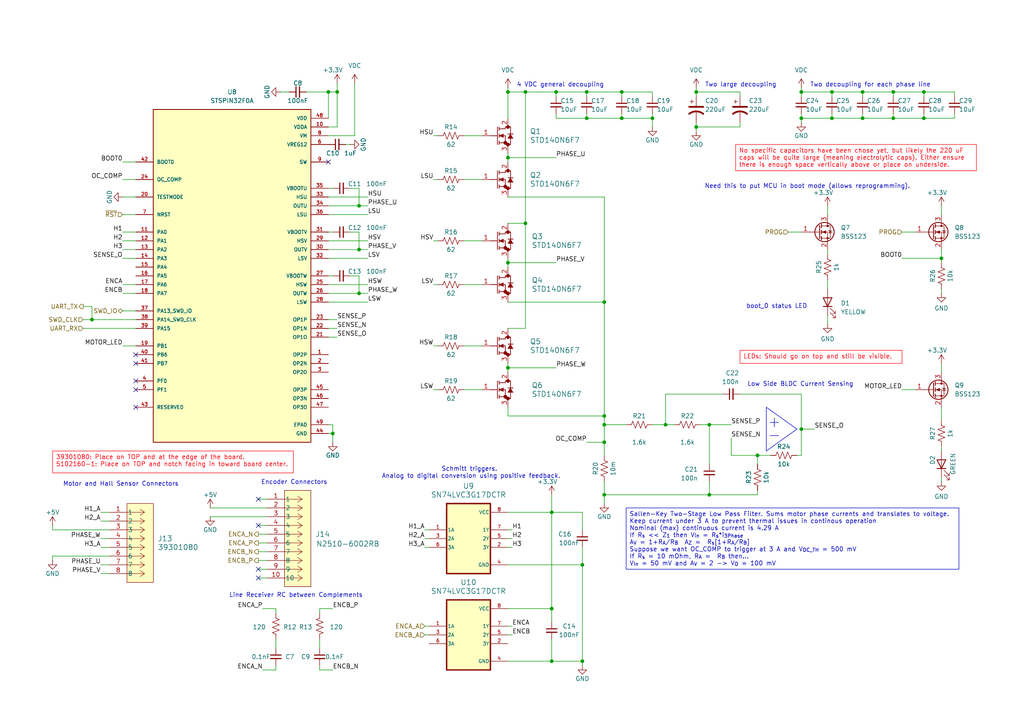
<source format=kicad_sch>
(kicad_sch (version 20231120) (generator "eeschema") (generator_version "8.0")
  (paper "A4")
  (junction (at 201.93 36.83))
  (junction (at 168.91 163.83))
  (junction (at 267.97 34.29))
  (junction (at 104.14 85.09))
  (junction (at 241.3 34.29))
  (junction (at 267.97 26.67))
  (junction (at 170.18 26.67))
  (junction (at 180.34 34.29))
  (junction (at 193.04 123.19))
  (junction (at 147.32 26.67))
  (junction (at 175.26 120.65))
  (junction (at 259.08 34.29))
  (junction (at 205.74 143.51))
  (junction (at 189.23 34.29))
  (junction (at 232.41 26.67))
  (junction (at 104.14 72.39))
  (junction (at 241.3 26.67))
  (junction (at 104.14 59.69))
  (junction (at 201.93 26.67))
  (junction (at 147.32 45.72))
  (junction (at 160.02 191.77))
  (junction (at 219.71 132.08))
  (junction (at 175.26 87.63))
  (junction (at 147.32 106.68))
  (junction (at 26.67 92.71))
  (junction (at 259.08 26.67))
  (junction (at 232.41 34.29))
  (junction (at 205.74 123.19))
  (junction (at 97.79 26.67))
  (junction (at 168.91 191.77))
  (junction (at 170.18 34.29))
  (junction (at 95.25 26.67))
  (junction (at 147.32 76.2))
  (junction (at 152.4 26.67))
  (junction (at 250.19 34.29))
  (junction (at 250.19 26.67))
  (junction (at 161.29 26.67))
  (junction (at 175.26 123.19))
  (junction (at 273.05 74.93))
  (junction (at 232.41 124.46))
  (junction (at 160.02 148.59))
  (junction (at 180.34 26.67))
  (junction (at 175.26 128.27))
  (junction (at 175.26 143.51))
  (junction (at 160.02 176.53))
  (junction (at 152.4 64.77))
  (junction (at 96.52 125.73))
  (no_connect (at 39.37 110.49))
  (no_connect (at 74.93 165.1))
  (no_connect (at 39.37 105.41))
  (no_connect (at 74.93 144.78))
  (no_connect (at 95.25 46.99))
  (no_connect (at 74.93 167.64))
  (no_connect (at 74.93 152.4))
  (no_connect (at 39.37 102.87))
  (no_connect (at 39.37 113.03))
  (no_connect (at 39.37 118.11))
  (wire (pts (xy 95.25 97.79) (xy 97.79 97.79)))
  (wire (pts (xy 74.93 167.64) (xy 77.47 167.64)))
  (wire (pts (xy 175.26 143.51) (xy 175.26 146.05)))
  (wire (pts (xy 267.97 26.67) (xy 276.86 26.67)))
  (wire (pts (xy 170.18 128.27) (xy 175.26 128.27)))
  (wire (pts (xy 241.3 33.02) (xy 241.3 34.29)))
  (wire (pts (xy 95.25 123.19) (xy 96.52 123.19)))
  (wire (pts (xy 168.91 148.59) (xy 168.91 153.67)))
  (wire (pts (xy 273.05 105.41) (xy 273.05 107.95)))
  (wire (pts (xy 175.26 128.27) (xy 175.26 132.08)))
  (wire (pts (xy 161.29 26.67) (xy 170.18 26.67)))
  (polyline (pts (xy 224.5856 122.5322) (xy 224.5856 123.8022)))
  (wire (pts (xy 95.25 26.67) (xy 95.25 34.29)))
  (wire (pts (xy 170.18 33.02) (xy 170.18 34.29)))
  (wire (pts (xy 101.6 67.31) (xy 104.14 67.31)))
  (polyline (pts (xy 222.25 118.11) (xy 222.25 130.81)))
  (wire (pts (xy 29.21 156.21) (xy 31.75 156.21)))
  (wire (pts (xy 148.59 156.21) (xy 147.32 156.21)))
  (wire (pts (xy 267.97 34.29) (xy 276.86 34.29)))
  (wire (pts (xy 95.25 95.25) (xy 97.79 95.25)))
  (wire (pts (xy 201.93 25.4) (xy 201.93 26.67)))
  (polyline (pts (xy 223.3156 126.3422) (xy 225.8556 126.3422)))
  (wire (pts (xy 134.62 82.55) (xy 139.7 82.55)))
  (wire (pts (xy 95.25 125.73) (xy 96.52 125.73)))
  (wire (pts (xy 92.71 193.04) (xy 92.71 194.31)))
  (wire (pts (xy 88.9 26.67) (xy 95.25 26.67)))
  (wire (pts (xy 273.05 72.39) (xy 273.05 74.93)))
  (wire (pts (xy 147.32 87.63) (xy 175.26 87.63)))
  (wire (pts (xy 106.68 74.93) (xy 95.25 74.93)))
  (wire (pts (xy 134.62 113.03) (xy 139.7 113.03)))
  (wire (pts (xy 250.19 26.67) (xy 259.08 26.67)))
  (wire (pts (xy 35.56 69.85) (xy 39.37 69.85)))
  (wire (pts (xy 232.41 34.29) (xy 232.41 35.56)))
  (wire (pts (xy 26.67 92.71) (xy 39.37 92.71)))
  (wire (pts (xy 201.93 27.94) (xy 201.93 26.67)))
  (wire (pts (xy 214.63 26.67) (xy 214.63 27.94)))
  (wire (pts (xy 147.32 44.45) (xy 147.32 45.72)))
  (wire (pts (xy 80.01 185.42) (xy 80.01 187.96)))
  (wire (pts (xy 74.93 160.02) (xy 77.47 160.02)))
  (wire (pts (xy 175.26 123.19) (xy 175.26 128.27)))
  (wire (pts (xy 148.59 158.75) (xy 147.32 158.75)))
  (wire (pts (xy 81.28 26.67) (xy 83.82 26.67)))
  (wire (pts (xy 241.3 34.29) (xy 250.19 34.29)))
  (wire (pts (xy 123.19 184.15) (xy 124.46 184.15)))
  (wire (pts (xy 160.02 185.42) (xy 160.02 191.77)))
  (wire (pts (xy 123.19 156.21) (xy 124.46 156.21)))
  (wire (pts (xy 35.56 82.55) (xy 39.37 82.55)))
  (wire (pts (xy 241.3 26.67) (xy 241.3 27.94)))
  (wire (pts (xy 76.2 194.31) (xy 80.01 194.31)))
  (wire (pts (xy 219.71 132.08) (xy 223.52 132.08)))
  (wire (pts (xy 214.63 114.3) (xy 232.41 114.3)))
  (wire (pts (xy 96.52 125.73) (xy 96.52 128.27)))
  (wire (pts (xy 267.97 26.67) (xy 267.97 27.94)))
  (wire (pts (xy 125.73 113.03) (xy 127 113.03)))
  (wire (pts (xy 35.56 100.33) (xy 39.37 100.33)))
  (wire (pts (xy 147.32 26.67) (xy 147.32 34.29)))
  (wire (pts (xy 35.56 90.17) (xy 39.37 90.17)))
  (wire (pts (xy 160.02 176.53) (xy 160.02 180.34)))
  (wire (pts (xy 24.13 88.9) (xy 26.67 88.9)))
  (wire (pts (xy 92.71 176.53) (xy 92.71 177.8)))
  (wire (pts (xy 232.41 26.67) (xy 241.3 26.67)))
  (wire (pts (xy 125.73 52.07) (xy 127 52.07)))
  (wire (pts (xy 95.25 85.09) (xy 104.14 85.09)))
  (wire (pts (xy 201.93 36.83) (xy 201.93 38.1)))
  (wire (pts (xy 261.62 74.93) (xy 273.05 74.93)))
  (wire (pts (xy 273.05 59.69) (xy 273.05 62.23)))
  (wire (pts (xy 104.14 59.69) (xy 106.68 59.69)))
  (wire (pts (xy 35.56 72.39) (xy 39.37 72.39)))
  (wire (pts (xy 96.52 123.19) (xy 96.52 125.73)))
  (wire (pts (xy 189.23 26.67) (xy 189.23 27.94)))
  (wire (pts (xy 152.4 26.67) (xy 161.29 26.67)))
  (wire (pts (xy 147.32 105.41) (xy 147.32 106.68)))
  (wire (pts (xy 95.25 87.63) (xy 106.68 87.63)))
  (wire (pts (xy 35.56 85.09) (xy 39.37 85.09)))
  (wire (pts (xy 104.14 85.09) (xy 106.68 85.09)))
  (wire (pts (xy 212.09 127) (xy 212.09 132.08)))
  (wire (pts (xy 60.96 149.86) (xy 77.47 149.86)))
  (wire (pts (xy 250.19 26.67) (xy 250.19 27.94)))
  (wire (pts (xy 125.73 39.37) (xy 127 39.37)))
  (wire (pts (xy 104.14 80.01) (xy 104.14 85.09)))
  (wire (pts (xy 24.13 92.71) (xy 26.67 92.71)))
  (wire (pts (xy 80.01 176.53) (xy 80.01 177.8)))
  (wire (pts (xy 97.79 26.67) (xy 97.79 36.83)))
  (wire (pts (xy 168.91 158.75) (xy 168.91 163.83)))
  (wire (pts (xy 95.25 82.55) (xy 106.68 82.55)))
  (wire (pts (xy 175.26 123.19) (xy 181.61 123.19)))
  (wire (pts (xy 160.02 148.59) (xy 160.02 176.53)))
  (wire (pts (xy 15.24 153.67) (xy 15.24 152.4)))
  (wire (pts (xy 168.91 163.83) (xy 168.91 191.77)))
  (wire (pts (xy 29.21 158.75) (xy 31.75 158.75)))
  (wire (pts (xy 77.47 157.48) (xy 74.93 157.48)))
  (wire (pts (xy 31.75 153.67) (xy 15.24 153.67)))
  (wire (pts (xy 77.47 152.4) (xy 74.93 152.4)))
  (wire (pts (xy 95.25 92.71) (xy 97.79 92.71)))
  (wire (pts (xy 228.6 67.31) (xy 232.41 67.31)))
  (wire (pts (xy 232.41 26.67) (xy 232.41 27.94)))
  (wire (pts (xy 134.62 52.07) (xy 139.7 52.07)))
  (wire (pts (xy 147.32 57.15) (xy 175.26 57.15)))
  (wire (pts (xy 232.41 33.02) (xy 232.41 34.29)))
  (wire (pts (xy 214.63 36.83) (xy 214.63 35.56)))
  (wire (pts (xy 35.56 46.99) (xy 39.37 46.99)))
  (wire (pts (xy 189.23 34.29) (xy 189.23 33.02)))
  (polyline (pts (xy 224.5856 121.2622) (xy 224.5856 122.5322)))
  (wire (pts (xy 160.02 148.59) (xy 168.91 148.59)))
  (wire (pts (xy 259.08 26.67) (xy 259.08 27.94)))
  (wire (pts (xy 193.04 114.3) (xy 209.55 114.3)))
  (wire (pts (xy 152.4 64.77) (xy 147.32 64.77)))
  (wire (pts (xy 104.14 67.31) (xy 104.14 72.39)))
  (wire (pts (xy 148.59 153.67) (xy 147.32 153.67)))
  (wire (pts (xy 147.32 184.15) (xy 148.59 184.15)))
  (wire (pts (xy 175.26 143.51) (xy 205.74 143.51)))
  (wire (pts (xy 160.02 191.77) (xy 168.91 191.77)))
  (wire (pts (xy 259.08 26.67) (xy 267.97 26.67)))
  (wire (pts (xy 74.93 154.94) (xy 77.47 154.94)))
  (wire (pts (xy 273.05 83.82) (xy 273.05 85.09)))
  (wire (pts (xy 95.25 57.15) (xy 106.68 57.15)))
  (wire (pts (xy 240.03 81.28) (xy 240.03 83.82)))
  (wire (pts (xy 241.3 26.67) (xy 250.19 26.67)))
  (wire (pts (xy 231.14 132.08) (xy 232.41 132.08)))
  (polyline (pts (xy 222.25 130.81) (xy 231.14 124.46)))
  (wire (pts (xy 95.25 62.23) (xy 106.68 62.23)))
  (wire (pts (xy 180.34 34.29) (xy 189.23 34.29)))
  (wire (pts (xy 104.14 54.61) (xy 104.14 59.69)))
  (wire (pts (xy 201.93 26.67) (xy 214.63 26.67)))
  (wire (pts (xy 175.26 87.63) (xy 175.26 120.65)))
  (wire (pts (xy 123.19 181.61) (xy 124.46 181.61)))
  (wire (pts (xy 212.09 132.08) (xy 219.71 132.08)))
  (wire (pts (xy 100.33 41.91) (xy 101.6 41.91)))
  (wire (pts (xy 201.93 35.56) (xy 201.93 36.83)))
  (wire (pts (xy 201.93 36.83) (xy 214.63 36.83)))
  (wire (pts (xy 74.93 144.78) (xy 77.47 144.78)))
  (wire (pts (xy 106.68 69.85) (xy 95.25 69.85)))
  (wire (pts (xy 193.04 114.3) (xy 193.04 123.19)))
  (wire (pts (xy 240.03 72.39) (xy 240.03 73.66)))
  (wire (pts (xy 160.02 143.51) (xy 160.02 148.59)))
  (wire (pts (xy 152.4 64.77) (xy 152.4 95.25)))
  (wire (pts (xy 205.74 139.7) (xy 205.74 143.51)))
  (wire (pts (xy 35.56 62.23) (xy 39.37 62.23)))
  (wire (pts (xy 15.24 161.29) (xy 15.24 162.56)))
  (wire (pts (xy 123.19 158.75) (xy 124.46 158.75)))
  (wire (pts (xy 74.93 165.1) (xy 77.47 165.1)))
  (wire (pts (xy 125.73 69.85) (xy 127 69.85)))
  (wire (pts (xy 29.21 151.13) (xy 31.75 151.13)))
  (wire (pts (xy 101.6 80.01) (xy 104.14 80.01)))
  (wire (pts (xy 147.32 106.68) (xy 147.32 107.95)))
  (wire (pts (xy 180.34 26.67) (xy 180.34 27.94)))
  (wire (pts (xy 232.41 124.46) (xy 232.41 132.08)))
  (wire (pts (xy 31.75 161.29) (xy 15.24 161.29)))
  (wire (pts (xy 205.74 123.19) (xy 212.09 123.19)))
  (wire (pts (xy 152.4 26.67) (xy 152.4 64.77)))
  (wire (pts (xy 147.32 95.25) (xy 152.4 95.25)))
  (wire (pts (xy 147.32 25.4) (xy 147.32 26.67)))
  (wire (pts (xy 232.41 124.46) (xy 236.22 124.46)))
  (wire (pts (xy 95.25 67.31) (xy 96.52 67.31)))
  (wire (pts (xy 147.32 76.2) (xy 161.29 76.2)))
  (wire (pts (xy 147.32 76.2) (xy 147.32 77.47)))
  (wire (pts (xy 102.87 24.13) (xy 102.87 39.37)))
  (wire (pts (xy 189.23 123.19) (xy 193.04 123.19)))
  (wire (pts (xy 76.2 176.53) (xy 80.01 176.53)))
  (wire (pts (xy 147.32 120.65) (xy 147.32 118.11)))
  (wire (pts (xy 232.41 114.3) (xy 232.41 124.46)))
  (wire (pts (xy 232.41 34.29) (xy 241.3 34.29)))
  (wire (pts (xy 95.25 39.37) (xy 102.87 39.37)))
  (wire (pts (xy 147.32 45.72) (xy 147.32 46.99)))
  (wire (pts (xy 259.08 33.02) (xy 259.08 34.29)))
  (wire (pts (xy 24.13 95.25) (xy 39.37 95.25)))
  (wire (pts (xy 97.79 36.83) (xy 95.25 36.83)))
  (wire (pts (xy 276.86 33.02) (xy 276.86 34.29)))
  (wire (pts (xy 80.01 193.04) (xy 80.01 194.31)))
  (wire (pts (xy 205.74 123.19) (xy 205.74 134.62)))
  (wire (pts (xy 96.52 194.31) (xy 92.71 194.31)))
  (wire (pts (xy 134.62 69.85) (xy 139.7 69.85)))
  (polyline (pts (xy 222.25 118.11) (xy 231.14 124.46)))
  (wire (pts (xy 250.19 33.02) (xy 250.19 34.29)))
  (wire (pts (xy 92.71 185.42) (xy 92.71 187.96)))
  (wire (pts (xy 189.23 34.29) (xy 189.23 36.83)))
  (wire (pts (xy 273.05 138.43) (xy 273.05 139.7)))
  (wire (pts (xy 35.56 74.93) (xy 39.37 74.93)))
  (wire (pts (xy 147.32 181.61) (xy 148.59 181.61)))
  (wire (pts (xy 29.21 166.37) (xy 31.75 166.37)))
  (wire (pts (xy 170.18 34.29) (xy 180.34 34.29)))
  (wire (pts (xy 261.62 67.31) (xy 265.43 67.31)))
  (polyline (pts (xy 223.3156 122.5322) (xy 225.8556 122.5322)))
  (wire (pts (xy 101.6 54.61) (xy 104.14 54.61)))
  (wire (pts (xy 168.91 191.77) (xy 168.91 193.04)))
  (wire (pts (xy 240.03 59.69) (xy 240.03 62.23)))
  (wire (pts (xy 267.97 33.02) (xy 267.97 34.29)))
  (wire (pts (xy 95.25 26.67) (xy 97.79 26.67)))
  (wire (pts (xy 147.32 74.93) (xy 147.32 76.2)))
  (wire (pts (xy 95.25 59.69) (xy 104.14 59.69)))
  (wire (pts (xy 232.41 25.4) (xy 232.41 26.67)))
  (wire (pts (xy 273.05 129.54) (xy 273.05 130.81)))
  (wire (pts (xy 104.14 72.39) (xy 106.68 72.39)))
  (wire (pts (xy 95.25 54.61) (xy 96.52 54.61)))
  (wire (pts (xy 250.19 34.29) (xy 259.08 34.29)))
  (wire (pts (xy 147.32 148.59) (xy 160.02 148.59)))
  (wire (pts (xy 273.05 118.11) (xy 273.05 121.92)))
  (wire (pts (xy 147.32 120.65) (xy 175.26 120.65)))
  (wire (pts (xy 29.21 163.83) (xy 31.75 163.83)))
  (wire (pts (xy 97.79 24.13) (xy 97.79 26.67)))
  (wire (pts (xy 261.62 113.03) (xy 265.43 113.03)))
  (wire (pts (xy 205.74 143.51) (xy 219.71 143.51)))
  (wire (pts (xy 147.32 163.83) (xy 168.91 163.83)))
  (wire (pts (xy 175.26 139.7) (xy 175.26 143.51)))
  (wire (pts (xy 35.56 57.15) (xy 39.37 57.15)))
  (wire (pts (xy 276.86 26.67) (xy 276.86 27.94)))
  (wire (pts (xy 125.73 82.55) (xy 127 82.55)))
  (wire (pts (xy 96.52 176.53) (xy 92.71 176.53)))
  (wire (pts (xy 147.32 45.72) (xy 161.29 45.72)))
  (wire (pts (xy 193.04 123.19) (xy 195.58 123.19)))
  (wire (pts (xy 147.32 26.67) (xy 152.4 26.67)))
  (wire (pts (xy 273.05 74.93) (xy 273.05 76.2)))
  (wire (pts (xy 180.34 34.29) (xy 180.34 33.02)))
  (wire (pts (xy 95.25 72.39) (xy 104.14 72.39)))
  (wire (pts (xy 219.71 132.08) (xy 219.71 134.62)))
  (wire (pts (xy 125.73 100.33) (xy 127 100.33)))
  (wire (pts (xy 29.21 148.59) (xy 31.75 148.59)))
  (wire (pts (xy 95.25 80.01) (xy 96.52 80.01)))
  (wire (pts (xy 161.29 33.02) (xy 161.29 34.29)))
  (wire (pts (xy 203.2 123.19) (xy 205.74 123.19)))
  (wire (pts (xy 170.18 26.67) (xy 180.34 26.67)))
  (wire (pts (xy 175.26 120.65) (xy 175.26 123.19)))
  (wire (pts (xy 161.29 26.67) (xy 161.29 27.94)))
  (wire (pts (xy 170.18 26.67) (xy 170.18 27.94)))
  (wire (pts (xy 77.47 147.32) (xy 60.96 147.32)))
  (wire (pts (xy 219.71 143.51) (xy 219.71 142.24)))
  (wire (pts (xy 147.32 176.53) (xy 160.02 176.53)))
  (wire (pts (xy 123.19 153.67) (xy 124.46 153.67)))
  (wire (pts (xy 35.56 67.31) (xy 39.37 67.31)))
  (wire (pts (xy 35.56 52.07) (xy 39.37 52.07)))
  (wire (pts (xy 134.62 100.33) (xy 139.7 100.33)))
  (wire (pts (xy 147.32 191.77) (xy 160.02 191.77)))
  (wire (pts (xy 134.62 39.37) (xy 139.7 39.37)))
  (wire (pts (xy 240.03 91.44) (xy 240.03 93.98)))
  (wire (pts (xy 161.29 34.29) (xy 170.18 34.29)))
  (wire (pts (xy 175.26 57.15) (xy 175.26 87.63)))
  (wire (pts (xy 147.32 106.68) (xy 161.29 106.68)))
  (wire (pts (xy 77.47 162.56) (xy 74.93 162.56)))
  (wire (pts (xy 26.67 88.9) (xy 26.67 92.71)))
  (wire (pts (xy 259.08 34.29) (xy 267.97 34.29)))
  (wire (pts (xy 180.34 26.67) (xy 189.23 26.67)))
  (text_box "LEDs: Should go on top and still be visible." (at 214.63 101.6 0) (size 46.99 3.81) (stroke (width 0) (color 255 0 11 1)) (effects (font (size 1.27 1.27)) (justify left top)))
  (text_box "39301080: Place on TOP and at the edge of the board.\n5102160-1: Place on TOP and notch facing in toward board center." (at 15.24 130.81 0) (size 69.85 6.35) (stroke (width 0) (color 255 0 11 1)) (effects (font (size 1.27 1.27)) (justify left top)))
  (text_box "Sallen-Key Two-Stage Low Pass Filter. Sums motor phase currents and translates to voltage.\nKeep current under 3 A to prevent thermal issues in continous operation\nNominal (max) continuous current is 4.29 A\nIf R_{s} << Z_{1} then V_{in} = R_{s}*i_{3Phase}\nA_{V} = 1+R_{A}/R_{B}  A_{Z} =  R_{s}[1+R_{A}/R_{B}]\nSuppose we want OC_COMP to trigger at 3 A and V_{OC_TH} = 500 mV\nIf R_{s} = 10 mOhm, R_{A} =  R_{B} then... \nV_{in} = 50 mV and A_{V} = 2 -> V_{O} = 100 mV" (at 181.61 147.32 0) (size 96.52 17.78) (effects (font (size 1.27 1.27)) (justify left top)))
  (text_box "No specific capacitors have been chose yet, but likely the 220 uF caps will be quite large (meaning electrolytic caps). Either ensure there is enough space vertically above or place on underside." (at 213.36 41.91 0) (size 69.85 7.62) (stroke (width 0) (color 255 0 11 1)) (effects (font (size 1.27 1.27)) (justify left top)))
  (text "Two large decoupling" (at 204.47 25.4 0) (effects (font (size 1.27 1.27)) (justify left bottom)))
  (text "Need this to put MCU in boot mode (allows reprogramming)." (at 234.188 54.102 0) (effects (font (size 1.27 1.27))))
  (text "Encoder Connectors" (at 85.344 139.954 0) (effects (font (size 1.27 1.27))))
  (text "Line Receiver RC between Complements" (at 85.852 172.72 0) (effects (font (size 1.27 1.27))))
  (text "Motor and Hall Sensor Connectors" (at 35.052 140.462 0) (effects (font (size 1.27 1.27))))
  (text "Schmitt triggers. \nAnalog to digital conversion using positive feedback." (at 136.652 137.16 0) (effects (font (size 1.27 1.27))))
  (text "Two decoupling for each phase line" (at 234.95 25.4 0) (effects (font (size 1.27 1.27)) (justify left bottom)))
  (text "4 VDC general decoupling" (at 149.86 25.4 0) (effects (font (size 1.27 1.27)) (justify left bottom)))
  (text "Low Side BLDC Current Sensing" (at 232.156 111.506 0) (effects (font (size 1.27 1.27))))
  (text "boot_0 status LED" (at 216.408 89.662 0) (effects (font (size 1.27 1.27)) (justify left bottom)))
  (label "PHASE_V" (at 161.29 76.2 0))
  (label "OC_COMP" (at 170.18 128.27 180))
  (label "H3_A" (at 123.19 158.75 180))
  (label "H1_A" (at 29.21 148.59 180))
  (label "PHASE_W" (at 29.21 156.21 180))
  (label "SENSE_O" (at 236.22 124.46 0))
  (label "PHASE_U" (at 161.29 45.72 0))
  (label "BOOT0" (at 261.62 74.93 180))
  (label "H3_A" (at 29.21 158.75 180))
  (label "ENCB" (at 148.59 184.15 0))
  (label "HSW" (at 106.68 82.55 0))
  (label "OC_COMP" (at 35.56 52.07 180))
  (label "SENSE_O" (at 97.79 97.79 0))
  (label "H1" (at 148.59 153.67 0))
  (label "H2" (at 148.59 156.21 0))
  (label "MOTOR_LED" (at 35.56 100.33 180))
  (label "ENCA_N" (at 76.2 194.31 180))
  (label "HSU" (at 106.68 57.15 0))
  (label "HSV" (at 106.68 69.85 0))
  (label "ENCB_N" (at 96.52 194.31 0))
  (label "PHASE_U" (at 29.21 163.83 180))
  (label "PHASE_V" (at 29.21 166.37 180))
  (label "SENSE_O" (at 35.56 74.93 180))
  (label "HSU" (at 125.73 39.37 180))
  (label "PHASE_V" (at 106.68 72.39 0))
  (label "MOTOR_LED" (at 261.62 113.03 180))
  (label "LSV" (at 125.73 82.55 180))
  (label "HSV" (at 125.73 69.85 180))
  (label "SENSE_P" (at 212.09 123.19 0))
  (label "ENCA" (at 148.59 181.61 0))
  (label "HSW" (at 125.73 100.33 180))
  (label "PHASE_W" (at 161.29 106.68 0))
  (label "H1" (at 35.56 67.31 180))
  (label "ENCA_P" (at 76.2 176.53 180))
  (label "ENCB_P" (at 96.52 176.53 0))
  (label "LSU" (at 125.73 52.07 180))
  (label "SENSE_N" (at 97.79 95.25 0))
  (label "H2_A" (at 29.21 151.13 180))
  (label "LSW" (at 125.73 113.03 180))
  (label "PHASE_W" (at 106.68 85.09 0))
  (label "H2" (at 35.56 69.85 180))
  (label "H3" (at 35.56 72.39 180))
  (label "PHASE_U" (at 106.68 59.69 0))
  (label "H1_A" (at 123.19 153.67 180))
  (label "LSW" (at 106.68 87.63 0))
  (label "SENSE_P" (at 97.79 92.71 0))
  (label "H2_A" (at 123.19 156.21 180))
  (label "LSV" (at 106.68 74.93 0))
  (label "SENSE_N" (at 212.09 127 0))
  (label "BOOT0" (at 35.56 46.99 180))
  (label "H3" (at 148.59 158.75 0))
  (label "ENCB" (at 35.56 85.09 180))
  (label "LSU" (at 106.68 62.23 0))
  (label "ENCA" (at 35.56 82.55 180))
  (hierarchical_label "UART_RX" (shape input) (at 24.13 95.25 180))
  (hierarchical_label "ENCA_N" (shape output) (at 74.93 154.94 180))
  (hierarchical_label "SWD_IO" (shape bidirectional) (at 35.56 90.17 180))
  (hierarchical_label "UART_TX" (shape output) (at 24.13 88.9 180))
  (hierarchical_label "~{RST}" (shape input) (at 35.56 62.23 180))
  (hierarchical_label "ENCB_P" (shape output) (at 74.93 162.56 180))
  (hierarchical_label "ENCA_P" (shape output) (at 74.93 157.48 180))
  (hierarchical_label "ENCA_A" (shape input) (at 123.19 181.61 180))
  (hierarchical_label "SWD_CLK" (shape input) (at 24.13 92.71 180))
  (hierarchical_label "PROG" (shape input) (at 228.6 67.31 180))
  (hierarchical_label "PROG" (shape input) (at 261.62 67.31 180))
  (hierarchical_label "ENCB_A" (shape input) (at 123.19 184.15 180))
  (hierarchical_label "ENCB_N" (shape output) (at 74.93 160.02 180))
  (symbol (lib_id "Device:C_Small") (at 168.91 156.21 0) (unit 1)
    (property "Reference" "C16" (at 163.83 154.94 0))
    (property "Value" "100nF" (at 165.1 157.48 0))
    (property "Footprint" "Capacitor_SMD:C_0603_1608Metric" (effects (hide yes)))
    (property "Description" "Unpolarized capacitor, small symbol" (effects (hide yes)))
    (instances (project "motorboard-v1.0" (path "" (reference "C16") (unit 1)) (path "" (reference "C62") (unit 1)) (path "" (reference "C85") (unit 1)) (path "" (reference "C39") (unit 1))))
  )
  (symbol (lib_id "power:GND") (at 232.41 35.56 0) (unit 1)
    (property "Reference" "#PWR052" (effects (hide yes)))
    (property "Value" "GND" (at 232.41 39.37 0))
    (property "Description" "Power symbol creates a global label with name \"GND\" , ground" (effects (hide yes)))
    (instances (project "motorboard-v1.0" (path "" (reference "#PWR052") (unit 1)) (path "" (reference "#PWR0102") (unit 1)) (path "" (reference "#PWR0127") (unit 1)) (path "" (reference "#PWR077") (unit 1))))
  )
  (symbol (lib_id "Device:C_Small") (at 205.74 137.16 0) (mirror y) (unit 1)
    (property "Reference" "C21" (at 202.438 136.144 0) (effects (justify left)))
    (property "Value" "100n" (at 202.438 138.684 0) (effects (justify left)))
    (property "Footprint" "Capacitor_SMD:C_1206_3216Metric" (effects (hide yes)))
    (property "Description" "Unpolarized capacitor, small symbol" (effects (hide yes)))
    (instances (project "motorboard-v1.0" (path "" (reference "C21") (unit 1)) (path "" (reference "C67") (unit 1)) (path "" (reference "C90") (unit 1)) (path "" (reference "C44") (unit 1))))
  )
  (symbol (lib_id "power:VDC") (at 147.32 25.4 0) (unit 1)
    (property "Reference" "#PWR044" (effects (hide yes)))
    (property "Value" "VDC" (at 147.32 20.32 0))
    (property "Description" "Power symbol creates a global label with name \"VDC\"" (effects (hide yes)))
    (instances (project "motorboard-v1.0" (path "" (reference "#PWR044") (unit 1)) (path "" (reference "#PWR094") (unit 1)) (path "" (reference "#PWR0119") (unit 1)) (path "" (reference "#PWR069") (unit 1))))
  )
  (symbol (lib_id "Device:C_Small") (at 241.3 30.48 0) (unit 1)
    (property "Reference" "C25" (at 242.57 29.21 0) (effects (justify left)))
    (property "Value" "10uF" (at 242.57 31.75 0) (effects (justify left)))
    (property "Footprint" "Capacitor_SMD:C_1206_3216Metric" (effects (hide yes)))
    (property "Description" "Unpolarized capacitor, small symbol" (effects (hide yes)))
    (instances (project "motorboard-v1.0" (path "" (reference "C25") (unit 1)) (path "" (reference "C71") (unit 1)) (path "" (reference "C94") (unit 1)) (path "" (reference "C48") (unit 1))))
  )
  (symbol (lib_id "RoboJackets-IC:SN74LVC3G17DCTR") (at 115.57 151.13 0) (unit 1)
    (property "Reference" "U9" (at 135.89 140.97 0) (effects (font (size 1.524 1.524))))
    (property "Value" "SN74LVC3G17DCTR" (at 135.89 143.51 0) (effects (font (size 1.524 1.524))))
    (property "Footprint" "RoboJackets-IC:SOP65P400X130-8N" (effects (hide yes)))
    (property "Datasheet" "https://www.ti.com/lit/ds/symlink/sn74lvc3g17.pdf?ts=1726403224895" (effects (hide yes)))
    (property "Description" "3-ch, 1.65-V to 5.5-V buffers with Schmitt-Trigger inputs" (effects (hide yes)))
    (property "Vendor" "Digikey" (effects (hide yes)))
    (property "Vendor P/N" "296-16915-1-ND" (effects (hide yes)))
    (property "Vendor URL" "https://www.digikey.com/en/products/detail/texas-instruments/SN74LVC3G17DCTR/644202" (effects (hide yes)))
    (property "Manufacturer" "Texas Instruments" (effects (hide yes)))
    (property "Manufacturer P/N" "SN74LVC3G17DCTR" (effects (hide yes)))
    (instances (project "motorboard-v1.0" (path "" (reference "U9") (unit 1)) (path "" (reference "U15") (unit 1)) (path "" (reference "U18") (unit 1)) (path "" (reference "U12") (unit 1))))
  )
  (symbol (lib_id "power:+3.3V") (at 273.05 105.41 0) (unit 1)
    (property "Reference" "#PWR057" (effects (hide yes)))
    (property "Value" "+3.3V" (at 271.78 101.6 0))
    (property "Description" "Power symbol creates a global label with name \"+3.3V\"" (effects (hide yes)))
    (instances (project "motorboard-v1.0" (path "" (reference "#PWR057") (unit 1)) (path "" (reference "#PWR0107") (unit 1)) (path "" (reference "#PWR0132") (unit 1)) (path "" (reference "#PWR082") (unit 1))))
  )
  (symbol (lib_id "power:VDC") (at 232.41 25.4 0) (unit 1)
    (property "Reference" "#PWR051" (effects (hide yes)))
    (property "Value" "VDC" (at 232.41 20.32 0))
    (property "Description" "Power symbol creates a global label with name \"VDC\"" (effects (hide yes)))
    (instances (project "motorboard-v1.0" (path "" (reference "#PWR051") (unit 1)) (path "" (reference "#PWR0101") (unit 1)) (path "" (reference "#PWR0126") (unit 1)) (path "" (reference "#PWR076") (unit 1))))
  )
  (symbol (lib_id "Device:C_Small") (at 276.86 30.48 0) (unit 1)
    (property "Reference" "C29" (at 278.13 29.21 0) (effects (justify left)))
    (property "Value" "10uF" (at 278.13 31.75 0) (effects (justify left)))
    (property "Footprint" "Capacitor_SMD:C_1206_3216Metric" (effects (hide yes)))
    (property "Description" "Unpolarized capacitor, small symbol" (effects (hide yes)))
    (instances (project "motorboard-v1.0" (path "" (reference "C29") (unit 1)) (path "" (reference "C75") (unit 1)) (path "" (reference "C98") (unit 1)) (path "" (reference "C52") (unit 1))))
  )
  (symbol (lib_id "RoboJackets-Transistors:STD140N6F7") (at 146.05 82.55 0) (unit 1)
    (property "Reference" "Q4" (at 154.178 81.28 0) (effects (font (size 1.524 1.524)) (justify left)))
    (property "Value" "STD140N6F7" (at 154.178 83.82 0) (effects (font (size 1.524 1.524)) (justify left)))
    (property "Footprint" "RoboJackets-Transistors:DPAKTO-252_A2_STM" (effects (hide yes)))
    (property "Datasheet" "https://www.st.com/content/ccc/resource/technical/document/datasheet/group1/de/02/69/d9/32/b8/44/66/DM00257307/files/DM00257307.pdf/jcr:content/translations/en.DM00257307.pdf" (effects (hide yes)))
    (property "Description" "MOSFET N-CH 60V 80A DPAK" (effects (hide yes)))
    (property "Vendor" "Digikey" (effects (hide yes)))
    (property "Vendor P/N" "497-16937-1-ND" (effects (hide yes)))
    (property "Vendor URL" "https://www.digikey.com/en/products/detail/stmicroelectronics/STD140N6F7/6230146" (effects (hide yes)))
    (property "Manufacturer" "STMicroelectronics" (effects (hide yes)))
    (property "Manufacturer P/N" "STD140N6F7" (effects (hide yes)))
    (instances (project "motorboard-v1.0" (path "" (reference "Q4") (unit 1)) (path "" (reference "Q22") (unit 1)) (path "" (reference "Q31") (unit 1)) (path "" (reference "Q13") (unit 1))))
  )
  (symbol (lib_id "Device:C_Small") (at 99.06 80.01 90) (unit 1)
    (property "Reference" "C13" (at 102.87 78.74 90))
    (property "Value" "100nF" (at 109.22 78.74 90))
    (property "Footprint" "Capacitor_SMD:C_0603_1608Metric" (effects (hide yes)))
    (property "Description" "Unpolarized capacitor, small symbol" (effects (hide yes)))
    (instances (project "motorboard-v1.0" (path "" (reference "C13") (unit 1)) (path "" (reference "C59") (unit 1)) (path "" (reference "C82") (unit 1)) (path "" (reference "C36") (unit 1))))
  )
  (symbol (lib_id "Device:C_Small") (at 212.09 114.3 90) (unit 1)
    (property "Reference" "C22" (at 214.376 108.204 90) (effects (justify left)))
    (property "Value" "100n" (at 214.376 110.744 90) (effects (justify left)))
    (property "Footprint" "Capacitor_SMD:C_1206_3216Metric" (effects (hide yes)))
    (property "Description" "Unpolarized capacitor, small symbol" (effects (hide yes)))
    (instances (project "motorboard-v1.0" (path "" (reference "C22") (unit 1)) (path "" (reference "C68") (unit 1)) (path "" (reference "C91") (unit 1)) (path "" (reference "C45") (unit 1))))
  )
  (symbol (lib_id "Device:R_US") (at 240.03 77.47 180) (unit 1)
    (property "Reference" "R25" (at 237.49 77.47 90))
    (property "Value" "1k" (at 242.57 77.47 90))
    (property "Footprint" "Resistor_SMD:R_0603_1608Metric" (effects (hide yes)))
    (property "Description" "Resistor, US symbol" (effects (hide yes)))
    (instances (project "motorboard-v1.0" (path "" (reference "R25") (unit 1)) (path "" (reference "R57") (unit 1)) (path "" (reference "R73") (unit 1)) (path "" (reference "R41") (unit 1))))
  )
  (symbol (lib_id "Device:C_Small") (at 160.02 182.88 0) (unit 1)
    (property "Reference" "C14" (at 165.1 181.61 0))
    (property "Value" "100nF" (at 165.1 184.15 0))
    (property "Footprint" "Capacitor_SMD:C_0603_1608Metric" (effects (hide yes)))
    (property "Description" "Unpolarized capacitor, small symbol" (effects (hide yes)))
    (instances (project "motorboard-v1.0" (path "" (reference "C14") (unit 1)) (path "" (reference "C60") (unit 1)) (path "" (reference "C83") (unit 1)) (path "" (reference "C37") (unit 1))))
  )
  (symbol (lib_id "Device:C_Small") (at 259.08 30.48 0) (unit 1)
    (property "Reference" "C27" (at 260.35 29.21 0) (effects (justify left)))
    (property "Value" "10uF" (at 260.35 31.75 0) (effects (justify left)))
    (property "Footprint" "Capacitor_SMD:C_1206_3216Metric" (effects (hide yes)))
    (property "Description" "Unpolarized capacitor, small symbol" (effects (hide yes)))
    (instances (project "motorboard-v1.0" (path "" (reference "C27") (unit 1)) (path "" (reference "C73") (unit 1)) (path "" (reference "C96") (unit 1)) (path "" (reference "C50") (unit 1))))
  )
  (symbol (lib_id "RoboJackets-Transistors:STD140N6F7") (at 146.05 100.33 0) (unit 1)
    (property "Reference" "Q5" (at 153.67 99.06 0) (effects (font (size 1.524 1.524)) (justify left)))
    (property "Value" "STD140N6F7" (at 153.67 101.6 0) (effects (font (size 1.524 1.524)) (justify left)))
    (property "Footprint" "RoboJackets-Transistors:DPAKTO-252_A2_STM" (effects (hide yes)))
    (property "Datasheet" "https://www.st.com/content/ccc/resource/technical/document/datasheet/group1/de/02/69/d9/32/b8/44/66/DM00257307/files/DM00257307.pdf/jcr:content/translations/en.DM00257307.pdf" (effects (hide yes)))
    (property "Description" "MOSFET N-CH 60V 80A DPAK" (effects (hide yes)))
    (property "Vendor" "Digikey" (effects (hide yes)))
    (property "Vendor P/N" "497-16937-1-ND" (effects (hide yes)))
    (property "Vendor URL" "https://www.digikey.com/en/products/detail/stmicroelectronics/STD140N6F7/6230146" (effects (hide yes)))
    (property "Manufacturer" "STMicroelectronics" (effects (hide yes)))
    (property "Manufacturer P/N" "STD140N6F7" (effects (hide yes)))
    (instances (project "motorboard-v1.0" (path "" (reference "Q5") (unit 1)) (path "" (reference "Q23") (unit 1)) (path "" (reference "Q32") (unit 1)) (path "" (reference "Q14") (unit 1))))
  )
  (symbol (lib_id "power:GND") (at 96.52 128.27 0) (unit 1)
    (property "Reference" "#PWR040" (effects (hide yes)))
    (property "Value" "GND" (at 96.52 132.08 0))
    (property "Description" "Power symbol creates a global label with name \"GND\" , ground" (effects (hide yes)))
    (instances (project "motorboard-v1.0" (path "" (reference "#PWR040") (unit 1)) (path "" (reference "#PWR090") (unit 1)) (path "" (reference "#PWR0115") (unit 1)) (path "" (reference "#PWR065") (unit 1))))
  )
  (symbol (lib_id "RoboJackets-Connectors:39301080") (at 31.75 148.59 0) (unit 1)
    (property "Reference" "J13" (at 45.72 156.2099 0) (effects (font (size 1.524 1.524)) (justify left)))
    (property "Value" "39301080" (at 45.72 158.7499 0) (effects (font (size 1.524 1.524)) (justify left)))
    (property "Footprint" "RoboJackets-Connectors:CON_39301080" (effects (hide yes)))
    (property "Datasheet" "39301080" (effects (hide yes)))
    (property "Description" "Mini-Fit Jr. Header, Dual Row, Right-Angle, with Snap-in Plastic Peg PCB Lock, 8 Circuits, Nylon 6/6 94V-2, 2.54µm Matte Tin (Sn) Plating, Natural, Bag" (effects (hide yes)))
    (property "Vendor" "Digikey" (effects (hide yes)))
    (property "Vendor P/N" "WM1354-ND" (effects (hide yes)))
    (property "Vendor URL" "https://www.digikey.com/en/products/detail/molex/0039301080/561081?s=N4IgTCBcDaIMwE44AYCMyAcyQF0C%2BQA" (effects (hide yes)))
    (property "Manufacturer" "Molex" (effects (hide yes)))
    (property "Manufacturer P/N" "0039301080" (effects (hide yes)))
    (instances (project "motorboard-v1.0" (path "" (reference "J13") (unit 1)) (path "" (reference "J17") (unit 1)) (path "" (reference "J19") (unit 1)) (path "" (reference "J15") (unit 1))))
  )
  (symbol (lib_id "power:GND") (at 168.91 193.04 0) (unit 1)
    (property "Reference" "#PWR046" (effects (hide yes)))
    (property "Value" "GND" (at 168.91 196.85 0))
    (property "Description" "Power symbol creates a global label with name \"GND\" , ground" (effects (hide yes)))
    (instances (project "motorboard-v1.0" (path "" (reference "#PWR046") (unit 1)) (path "" (reference "#PWR096") (unit 1)) (path "" (reference "#PWR0121") (unit 1)) (path "" (reference "#PWR071") (unit 1))))
  )
  (symbol (lib_id "Device:R_US") (at 219.71 138.43 180) (unit 1)
    (property "Reference" "R23" (at 217.17 138.43 90))
    (property "Value" "10k" (at 222.25 138.43 90))
    (property "Footprint" "Resistor_SMD:R_0603_1608Metric" (effects (hide yes)))
    (property "Description" "Resistor, US symbol" (effects (hide yes)))
    (instances (project "motorboard-v1.0" (path "" (reference "R23") (unit 1)) (path "" (reference "R55") (unit 1)) (path "" (reference "R71") (unit 1)) (path "" (reference "R39") (unit 1))))
  )
  (symbol (lib_id "power:GND") (at 189.23 36.83 0) (unit 1)
    (property "Reference" "#PWR048" (effects (hide yes)))
    (property "Value" "GND" (at 189.23 40.64 0))
    (property "Description" "Power symbol creates a global label with name \"GND\" , ground" (effects (hide yes)))
    (instances (project "motorboard-v1.0" (path "" (reference "#PWR048") (unit 1)) (path "" (reference "#PWR098") (unit 1)) (path "" (reference "#PWR0123") (unit 1)) (path "" (reference "#PWR073") (unit 1))))
  )
  (symbol (lib_id "power:GND") (at 15.24 162.56 0) (unit 1)
    (property "Reference" "#PWR035" (effects (hide yes)))
    (property "Value" "GND" (at 15.24 166.37 0))
    (property "Description" "Power symbol creates a global label with name \"GND\" , ground" (effects (hide yes)))
    (instances (project "motorboard-v1.0" (path "" (reference "#PWR035") (unit 1)) (path "" (reference "#PWR085") (unit 1)) (path "" (reference "#PWR0110") (unit 1)) (path "" (reference "#PWR060") (unit 1))))
  )
  (symbol (lib_id "Device:C_Small") (at 232.41 30.48 0) (unit 1)
    (property "Reference" "C24" (at 233.68 29.21 0) (effects (justify left)))
    (property "Value" "10uF" (at 233.68 31.75 0) (effects (justify left)))
    (property "Footprint" "Capacitor_SMD:C_1206_3216Metric" (effects (hide yes)))
    (property "Description" "Unpolarized capacitor, small symbol" (effects (hide yes)))
    (instances (project "motorboard-v1.0" (path "" (reference "C24") (unit 1)) (path "" (reference "C70") (unit 1)) (path "" (reference "C93") (unit 1)) (path "" (reference "C47") (unit 1))))
  )
  (symbol (lib_id "Device:R_US") (at 199.39 123.19 90) (unit 1)
    (property "Reference" "R22" (at 199.39 120.65 90))
    (property "Value" "1.6k" (at 199.39 128.27 90))
    (property "Footprint" "Resistor_SMD:R_0603_1608Metric" (effects (hide yes)))
    (property "Description" "Resistor, US symbol" (effects (hide yes)))
    (instances (project "motorboard-v1.0" (path "" (reference "R22") (unit 1)) (path "" (reference "R54") (unit 1)) (path "" (reference "R70") (unit 1)) (path "" (reference "R38") (unit 1))))
  )
  (symbol (lib_id "power:GND") (at 35.56 57.15 270) (unit 1)
    (property "Reference" "#PWR036" (effects (hide yes)))
    (property "Value" "GND" (at 31.75 57.15 0))
    (property "Description" "Power symbol creates a global label with name \"GND\" , ground" (effects (hide yes)))
    (instances (project "motorboard-v1.0" (path "" (reference "#PWR036") (unit 1)) (path "" (reference "#PWR086") (unit 1)) (path "" (reference "#PWR0111") (unit 1)) (path "" (reference "#PWR061") (unit 1))))
  )
  (symbol (lib_id "power:GND") (at 273.05 139.7 0) (unit 1)
    (property "Reference" "#PWR058" (effects (hide yes)))
    (property "Value" "GND" (at 273.05 144.018 0))
    (property "Description" "Power symbol creates a global label with name \"GND\" , ground" (effects (hide yes)))
    (instances (project "motorboard-v1.0" (path "" (reference "#PWR058") (unit 1)) (path "" (reference "#PWR0108") (unit 1)) (path "" (reference "#PWR0133") (unit 1)) (path "" (reference "#PWR083") (unit 1))))
  )
  (symbol (lib_id "Device:C_Small") (at 189.23 30.48 0) (unit 1)
    (property "Reference" "C19" (at 190.5 29.21 0) (effects (justify left)))
    (property "Value" "10uF" (at 190.5 31.75 0) (effects (justify left)))
    (property "Footprint" "Capacitor_SMD:C_1206_3216Metric" (effects (hide yes)))
    (property "Description" "Unpolarized capacitor, small symbol" (effects (hide yes)))
    (instances (project "motorboard-v1.0" (path "" (reference "C19") (unit 1)) (path "" (reference "C65") (unit 1)) (path "" (reference "C88") (unit 1)) (path "" (reference "C42") (unit 1))))
  )
  (symbol (lib_id "power:+5V") (at 15.24 152.4 0) (mirror y) (unit 1)
    (property "Reference" "#PWR034" (effects (hide yes)))
    (property "Value" "+5V" (at 15.24 148.59 0))
    (property "Description" "Power symbol creates a global label with name \"+5V\"" (effects (hide yes)))
    (instances (project "motorboard-v1.0" (path "" (reference "#PWR034") (unit 1)) (path "" (reference "#PWR084") (unit 1)) (path "" (reference "#PWR0109") (unit 1)) (path "" (reference "#PWR059") (unit 1))))
  )
  (symbol (lib_id "Transistor_FET:BSS123") (at 237.49 67.31 0) (unit 1)
    (property "Reference" "Q7" (at 243.84 66.0399 0) (effects (justify left)))
    (property "Value" "BSS123" (at 243.84 68.5799 0) (effects (justify left)))
    (property "Footprint" "Package_TO_SOT_SMD:SOT-23" (effects (hide yes)))
    (property "Datasheet" "http://www.diodes.com/assets/Datasheets/ds30366.pdf" (effects (hide yes)))
    (property "Description" "0.17A Id, 100V Vds, N-Channel MOSFET, SOT-23" (effects (hide yes)))
    (instances (project "motorboard-v1.0" (path "" (reference "Q7") (unit 1)) (path "" (reference "Q25") (unit 1)) (path "" (reference "Q34") (unit 1)) (path "" (reference "Q16") (unit 1))))
  )
  (symbol (lib_id "power:GND") (at 81.28 26.67 270) (unit 1)
    (property "Reference" "#PWR039" (effects (hide yes)))
    (property "Value" "GND" (at 77.47 26.67 0))
    (property "Description" "Power symbol creates a global label with name \"GND\" , ground" (effects (hide yes)))
    (instances (project "motorboard-v1.0" (path "" (reference "#PWR039") (unit 1)) (path "" (reference "#PWR089") (unit 1)) (path "" (reference "#PWR0114") (unit 1)) (path "" (reference "#PWR064") (unit 1))))
  )
  (symbol (lib_id "power:GND") (at 201.93 38.1 0) (unit 1)
    (property "Reference" "#PWR050" (effects (hide yes)))
    (property "Value" "GND" (at 201.93 41.91 0))
    (property "Description" "Power symbol creates a global label with name \"GND\" , ground" (effects (hide yes)))
    (instances (project "motorboard-v1.0" (path "" (reference "#PWR050") (unit 1)) (path "" (reference "#PWR0100") (unit 1)) (path "" (reference "#PWR0125") (unit 1)) (path "" (reference "#PWR075") (unit 1))))
  )
  (symbol (lib_id "Device:R_US") (at 80.01 181.61 180) (unit 1)
    (property "Reference" "R12" (at 84.074 181.864 0))
    (property "Value" "120" (at 75.184 181.864 0))
    (property "Footprint" "Resistor_SMD:R_0603_1608Metric" (effects (hide yes)))
    (property "Description" "Resistor, US symbol" (effects (hide yes)))
    (instances (project "motorboard-v1.0" (path "" (reference "R12") (unit 1)) (path "" (reference "R44") (unit 1)) (path "" (reference "R60") (unit 1)) (path "" (reference "R28") (unit 1))))
  )
  (symbol (lib_id "RoboJackets-Transistors:STD140N6F7") (at 146.05 52.07 0) (unit 1)
    (property "Reference" "Q2" (at 153.67 50.8 0) (effects (font (size 1.524 1.524)) (justify left)))
    (property "Value" "STD140N6F7" (at 153.67 53.34 0) (effects (font (size 1.524 1.524)) (justify left)))
    (property "Footprint" "RoboJackets-Transistors:DPAKTO-252_A2_STM" (effects (hide yes)))
    (property "Datasheet" "https://www.st.com/content/ccc/resource/technical/document/datasheet/group1/de/02/69/d9/32/b8/44/66/DM00257307/files/DM00257307.pdf/jcr:content/translations/en.DM00257307.pdf" (effects (hide yes)))
    (property "Description" "MOSFET N-CH 60V 80A DPAK" (effects (hide yes)))
    (property "Vendor" "Digikey" (effects (hide yes)))
    (property "Vendor P/N" "497-16937-1-ND" (effects (hide yes)))
    (property "Vendor URL" "https://www.digikey.com/en/products/detail/stmicroelectronics/STD140N6F7/6230146" (effects (hide yes)))
    (property "Manufacturer" "STMicroelectronics" (effects (hide yes)))
    (property "Manufacturer P/N" "STD140N6F7" (effects (hide yes)))
    (instances (project "motorboard-v1.0" (path "" (reference "Q2") (unit 1)) (path "" (reference "Q20") (unit 1)) (path "" (reference "Q29") (unit 1)) (path "" (reference "Q11") (unit 1))))
  )
  (symbol (lib_id "Device:C_Small") (at 97.79 41.91 90) (unit 1)
    (property "Reference" "C10" (at 96.52 44.45 90))
    (property "Value" "1uF" (at 101.6 44.45 90))
    (property "Footprint" "Capacitor_SMD:C_0603_1608Metric" (effects (hide yes)))
    (property "Description" "Unpolarized capacitor, small symbol" (effects (hide yes)))
    (instances (project "motorboard-v1.0" (path "" (reference "C10") (unit 1)) (path "" (reference "C56") (unit 1)) (path "" (reference "C79") (unit 1)) (path "" (reference "C33") (unit 1))))
  )
  (symbol (lib_id "power:GND") (at 273.05 85.09 0) (unit 1)
    (property "Reference" "#PWR056" (effects (hide yes)))
    (property "Value" "GND" (at 273.05 89.408 0))
    (property "Description" "Power symbol creates a global label with name \"GND\" , ground" (effects (hide yes)))
    (instances (project "motorboard-v1.0" (path "" (reference "#PWR056") (unit 1)) (path "" (reference "#PWR0106") (unit 1)) (path "" (reference "#PWR0131") (unit 1)) (path "" (reference "#PWR081") (unit 1))))
  )
  (symbol (lib_id "power:+3.3V") (at 240.03 59.69 0) (unit 1)
    (property "Reference" "#PWR053" (effects (hide yes)))
    (property "Value" "+3.3V" (at 238.76 55.88 0))
    (property "Description" "Power symbol creates a global label with name \"+3.3V\"" (effects (hide yes)))
    (instances (project "motorboard-v1.0" (path "" (reference "#PWR053") (unit 1)) (path "" (reference "#PWR0103") (unit 1)) (path "" (reference "#PWR0128") (unit 1)) (path "" (reference "#PWR078") (unit 1))))
  )
  (symbol (lib_id "Device:C_Small") (at 99.06 67.31 90) (unit 1)
    (property "Reference" "C12" (at 102.87 66.04 90))
    (property "Value" "100nF" (at 109.22 66.04 90))
    (property "Footprint" "Capacitor_SMD:C_0603_1608Metric" (effects (hide yes)))
    (property "Description" "Unpolarized capacitor, small symbol" (effects (hide yes)))
    (instances (project "motorboard-v1.0" (path "" (reference "C12") (unit 1)) (path "" (reference "C58") (unit 1)) (path "" (reference "C81") (unit 1)) (path "" (reference "C35") (unit 1))))
  )
  (symbol (lib_id "Device:R_US") (at 130.81 82.55 90) (unit 1)
    (property "Reference" "R17" (at 130.81 80.01 90))
    (property "Value" "62" (at 130.81 85.09 90))
    (property "Footprint" "Resistor_SMD:R_0603_1608Metric" (effects (hide yes)))
    (property "Description" "Resistor, US symbol" (effects (hide yes)))
    (instances (project "motorboard-v1.0" (path "" (reference "R17") (unit 1)) (path "" (reference "R49") (unit 1)) (path "" (reference "R65") (unit 1)) (path "" (reference "R33") (unit 1))))
  )
  (symbol (lib_id "power:VDC") (at 201.93 25.4 0) (unit 1)
    (property "Reference" "#PWR049" (effects (hide yes)))
    (property "Value" "VDC" (at 201.93 20.32 0))
    (property "Description" "Power symbol creates a global label with name \"VDC\"" (effects (hide yes)))
    (instances (project "motorboard-v1.0" (path "" (reference "#PWR049") (unit 1)) (path "" (reference "#PWR099") (unit 1)) (path "" (reference "#PWR0124") (unit 1)) (path "" (reference "#PWR074") (unit 1))))
  )
  (symbol (lib_id "Device:C_Polarized_US") (at 214.63 31.75 0) (unit 1)
    (property "Reference" "C23" (at 217.17 29.21 0) (effects (justify left)))
    (property "Value" "220uF" (at 217.17 31.75 0) (effects (justify left)))
    (property "Footprint" "Capacitor_THT:CP_Radial_D10.0mm_P5.00mm" (effects (hide yes)))
    (property "Description" "Polarized capacitor, US symbol" (effects (hide yes)))
    (instances (project "motorboard-v1.0" (path "" (reference "C23") (unit 1)) (path "" (reference "C69") (unit 1)) (path "" (reference "C92") (unit 1)) (path "" (reference "C46") (unit 1))))
  )
  (symbol (lib_id "RoboJackets-IC:STSPIN32F0A") (at 67.31 80.01 0) (unit 1)
    (property "Reference" "U8" (at 67.31 26.67 0))
    (property "Value" "STSPIN32F0A" (at 67.31 29.21 0))
    (property "Footprint" "RoboJackets-IC:IC_STSPIN32F0A" (effects (hide yes)))
    (property "Datasheet" "https://www.st.com/resource/en/datasheet/stspin32f0.pdf" (effects (hide yes)))
    (property "Description" "IC BLDC CTLR STM32 48VFQFPN" (effects (hide yes)))
    (property "Package" "IC_STSPIN32F0A" (effects (hide yes)))
    (property "Vendor" "Digikey" (effects (hide yes)))
    (property "Vendor P/N" "497-17635-ND" (effects (hide yes)))
    (property "Vendor URL" "https://www.digikey.com/en/products/detail/stmicroelectronics/STSPIN32F0A/7702467" (effects (hide yes)))
    (property "Manufacturer" "STMicroelectronics" (effects (hide yes)))
    (property "Manufacturer P/N" "STSPIN32F0A" (effects (hide yes)))
    (instances (project "motorboard-v1.0" (path "" (reference "U8") (unit 1)) (path "" (reference "U14") (unit 1)) (path "" (reference "U17") (unit 1)) (path "" (reference "U11") (unit 1))))
  )
  (symbol (lib_id "RoboJackets-Transistors:STD140N6F7") (at 146.05 113.03 0) (unit 1)
    (property "Reference" "Q6" (at 154.178 111.76 0) (effects (font (size 1.524 1.524)) (justify left)))
    (property "Value" "STD140N6F7" (at 154.178 114.3 0) (effects (font (size 1.524 1.524)) (justify left)))
    (property "Footprint" "RoboJackets-Transistors:DPAKTO-252_A2_STM" (effects (hide yes)))
    (property "Datasheet" "https://www.st.com/content/ccc/resource/technical/document/datasheet/group1/de/02/69/d9/32/b8/44/66/DM00257307/files/DM00257307.pdf/jcr:content/translations/en.DM00257307.pdf" (effects (hide yes)))
    (property "Description" "MOSFET N-CH 60V 80A DPAK" (effects (hide yes)))
    (property "Vendor" "Digikey" (effects (hide yes)))
    (property "Vendor P/N" "497-16937-1-ND" (effects (hide yes)))
    (property "Vendor URL" "https://www.digikey.com/en/products/detail/stmicroelectronics/STD140N6F7/6230146" (effects (hide yes)))
    (property "Manufacturer" "STMicroelectronics" (effects (hide yes)))
    (property "Manufacturer P/N" "STD140N6F7" (effects (hide yes)))
    (instances (project "motorboard-v1.0" (path "" (reference "Q6") (unit 1)) (path "" (reference "Q24") (unit 1)) (path "" (reference "Q33") (unit 1)) (path "" (reference "Q15") (unit 1))))
  )
  (symbol (lib_id "power:GND") (at 60.96 149.86 0) (unit 1)
    (property "Reference" "#PWR038" (effects (hide yes)))
    (property "Value" "GND" (at 60.96 153.67 0))
    (property "Description" "Power symbol creates a global label with name \"GND\" , ground" (effects (hide yes)))
    (instances (project "motorboard-v1.0" (path "" (reference "#PWR038") (unit 1)) (path "" (reference "#PWR088") (unit 1)) (path "" (reference "#PWR0113") (unit 1)) (path "" (reference "#PWR063") (unit 1))))
  )
  (symbol (lib_id "RoboJackets-IC:SN74LVC3G17DCTR") (at 115.57 179.07 0) (unit 1)
    (property "Reference" "U10" (at 135.89 168.91 0) (effects (font (size 1.524 1.524))))
    (property "Value" "SN74LVC3G17DCTR" (at 135.89 171.45 0) (effects (font (size 1.524 1.524))))
    (property "Footprint" "RoboJackets-IC:SOP65P400X130-8N" (effects (hide yes)))
    (property "Datasheet" "https://www.ti.com/lit/ds/symlink/sn74lvc3g17.pdf?ts=1726403224895" (effects (hide yes)))
    (property "Description" "3-ch, 1.65-V to 5.5-V buffers with Schmitt-Trigger inputs" (effects (hide yes)))
    (property "Vendor" "Digikey" (effects (hide yes)))
    (property "Vendor P/N" "296-16915-1-ND" (effects (hide yes)))
    (property "Vendor URL" "https://www.digikey.com/en/products/detail/texas-instruments/SN74LVC3G17DCTR/644202" (effects (hide yes)))
    (property "Manufacturer" "Texas Instruments" (effects (hide yes)))
    (property "Manufacturer P/N" "SN74LVC3G17DCTR" (effects (hide yes)))
    (instances (project "motorboard-v1.0" (path "" (reference "U10") (unit 1)) (path "" (reference "U16") (unit 1)) (path "" (reference "U19") (unit 1)) (path "" (reference "U13") (unit 1))))
  )
  (symbol (lib_id "Device:R_US") (at 227.33 132.08 90) (unit 1)
    (property "Reference" "R24" (at 227.33 129.54 90))
    (property "Value" "10k" (at 227.33 134.62 90))
    (property "Footprint" "Resistor_SMD:R_0603_1608Metric" (effects (hide yes)))
    (property "Description" "Resistor, US symbol" (effects (hide yes)))
    (instances (project "motorboard-v1.0" (path "" (reference "R24") (unit 1)) (path "" (reference "R56") (unit 1)) (path "" (reference "R72") (unit 1)) (path "" (reference "R40") (unit 1))))
  )
  (symbol (lib_id "Device:R_US") (at 130.81 52.07 90) (unit 1)
    (property "Reference" "R15" (at 130.81 49.53 90))
    (property "Value" "62" (at 130.81 54.61 90))
    (property "Footprint" "Resistor_SMD:R_0603_1608Metric" (effects (hide yes)))
    (property "Description" "Resistor, US symbol" (effects (hide yes)))
    (instances (project "motorboard-v1.0" (path "" (reference "R15") (unit 1)) (path "" (reference "R47") (unit 1)) (path "" (reference "R63") (unit 1)) (path "" (reference "R31") (unit 1))))
  )
  (symbol (lib_id "Device:R_US") (at 92.71 181.61 0) (mirror x) (unit 1)
    (property "Reference" "R13" (at 88.646 181.864 0))
    (property "Value" "120" (at 97.536 181.864 0))
    (property "Footprint" "Resistor_SMD:R_0603_1608Metric" (effects (hide yes)))
    (property "Description" "Resistor, US symbol" (effects (hide yes)))
    (instances (project "motorboard-v1.0" (path "" (reference "R13") (unit 1)) (path "" (reference "R45") (unit 1)) (path "" (reference "R61") (unit 1)) (path "" (reference "R29") (unit 1))))
  )
  (symbol (lib_id "Device:C_Small") (at 170.18 30.48 0) (unit 1)
    (property "Reference" "C17" (at 171.45 29.21 0) (effects (justify left)))
    (property "Value" "10uF" (at 171.45 31.75 0) (effects (justify left)))
    (property "Footprint" "Capacitor_SMD:C_1206_3216Metric" (effects (hide yes)))
    (property "Description" "Unpolarized capacitor, small symbol" (effects (hide yes)))
    (instances (project "motorboard-v1.0" (path "" (reference "C17") (unit 1)) (path "" (reference "C63") (unit 1)) (path "" (reference "C86") (unit 1)) (path "" (reference "C40") (unit 1))))
  )
  (symbol (lib_id "Device:C_Small") (at 80.01 190.5 0) (unit 1)
    (property "Reference" "C7" (at 84.074 190.5 0))
    (property "Value" "0.1nF" (at 75.692 190.5 0))
    (property "Footprint" "Capacitor_SMD:C_0603_1608Metric" (effects (hide yes)))
    (property "Description" "Unpolarized capacitor, small symbol" (effects (hide yes)))
    (instances (project "motorboard-v1.0" (path "" (reference "C7") (unit 1)) (path "" (reference "C53") (unit 1)) (path "" (reference "C76") (unit 1)) (path "" (reference "C30") (unit 1))))
  )
  (symbol (lib_id "Device:C_Small") (at 99.06 54.61 90) (unit 1)
    (property "Reference" "C11" (at 102.87 53.34 90))
    (property "Value" "100nF" (at 109.22 53.34 90))
    (property "Footprint" "Capacitor_SMD:C_0603_1608Metric" (effects (hide yes)))
    (property "Description" "Unpolarized capacitor, small symbol" (effects (hide yes)))
    (instances (project "motorboard-v1.0" (path "" (reference "C11") (unit 1)) (path "" (reference "C57") (unit 1)) (path "" (reference "C80") (unit 1)) (path "" (reference "C34") (unit 1))))
  )
  (symbol (lib_id "Device:R_US") (at 130.81 100.33 90) (unit 1)
    (property "Reference" "R18" (at 130.81 97.79 90))
    (property "Value" "62" (at 130.81 102.87 90))
    (property "Footprint" "Resistor_SMD:R_0603_1608Metric" (effects (hide yes)))
    (property "Description" "Resistor, US symbol" (effects (hide yes)))
    (instances (project "motorboard-v1.0" (path "" (reference "R18") (unit 1)) (path "" (reference "R50") (unit 1)) (path "" (reference "R66") (unit 1)) (path "" (reference "R34") (unit 1))))
  )
  (symbol (lib_id "power:GND") (at 101.6 41.91 90) (unit 1)
    (property "Reference" "#PWR042" (effects (hide yes)))
    (property "Value" "GND" (at 105.41 41.91 0))
    (property "Description" "Power symbol creates a global label with name \"GND\" , ground" (effects (hide yes)))
    (instances (project "motorboard-v1.0" (path "" (reference "#PWR042") (unit 1)) (path "" (reference "#PWR092") (unit 1)) (path "" (reference "#PWR0117") (unit 1)) (path "" (reference "#PWR067") (unit 1))))
  )
  (symbol (lib_id "RoboJackets-Connectors:N2510-6002RB") (at 77.47 144.78 0) (unit 1)
    (property "Reference" "J14" (at 91.44 154.9399 0) (effects (font (size 1.524 1.524)) (justify left)))
    (property "Value" "N2510-6002RB" (at 91.694 157.734 0) (effects (font (size 1.524 1.524)) (justify left)))
    (property "Footprint" "RoboJackets-Connectors:CONN_6002RB_3MM" (effects (hide yes)))
    (property "Datasheet" "N2510-6002RB" (effects (hide yes)))
    (property "Description" "Connector Header Through Hole 10 position 0.100\" (2.54mm)" (effects (hide yes)))
    (property "Vendor" "Digikey" (effects (hide yes)))
    (property "Vendor P/N" "MHC10K-ND" (effects (hide yes)))
    (property "Vendor URL" "https://www.digikey.com/en/products/detail/3m/N2510-6002-RB/755176" (effects (hide yes)))
    (property "Manufacturer" "3M" (effects (hide yes)))
    (property "Manufacturer P/N" "N2510-6002-RB" (effects (hide yes)))
    (instances (project "motorboard-v1.0" (path "" (reference "J14") (unit 1)) (path "" (reference "J18") (unit 1)) (path "" (reference "J20") (unit 1)) (path "" (reference "J16") (unit 1))))
  )
  (symbol (lib_id "power:+3.3V") (at 97.79 24.13 0) (unit 1)
    (property "Reference" "#PWR041" (effects (hide yes)))
    (property "Value" "+3.3V" (at 96.52 20.32 0))
    (property "Description" "Power symbol creates a global label with name \"+3.3V\"" (effects (hide yes)))
    (instances (project "motorboard-v1.0" (path "" (reference "#PWR041") (unit 1)) (path "" (reference "#PWR091") (unit 1)) (path "" (reference "#PWR0116") (unit 1)) (path "" (reference "#PWR066") (unit 1))))
  )
  (symbol (lib_id "Device:C_Small") (at 267.97 30.48 0) (unit 1)
    (property "Reference" "C28" (at 269.24 29.21 0) (effects (justify left)))
    (property "Value" "10uF" (at 269.24 31.75 0) (effects (justify left)))
    (property "Footprint" "Capacitor_SMD:C_1206_3216Metric" (effects (hide yes)))
    (property "Description" "Unpolarized capacitor, small symbol" (effects (hide yes)))
    (instances (project "motorboard-v1.0" (path "" (reference "C28") (unit 1)) (path "" (reference "C74") (unit 1)) (path "" (reference "C97") (unit 1)) (path "" (reference "C51") (unit 1))))
  )
  (symbol (lib_id "Device:R_US") (at 130.81 69.85 90) (unit 1)
    (property "Reference" "R16" (at 130.81 67.31 90))
    (property "Value" "62" (at 130.81 72.39 90))
    (property "Footprint" "Resistor_SMD:R_0603_1608Metric" (effects (hide yes)))
    (property "Description" "Resistor, US symbol" (effects (hide yes)))
    (instances (project "motorboard-v1.0" (path "" (reference "R16") (unit 1)) (path "" (reference "R48") (unit 1)) (path "" (reference "R64") (unit 1)) (path "" (reference "R32") (unit 1))))
  )
  (symbol (lib_id "Transistor_FET:BSS123") (at 270.51 113.03 0) (unit 1)
    (property "Reference" "Q9" (at 276.86 111.7599 0) (effects (justify left)))
    (property "Value" "BSS123" (at 276.86 114.2999 0) (effects (justify left)))
    (property "Footprint" "Package_TO_SOT_SMD:SOT-23" (effects (hide yes)))
    (property "Datasheet" "http://www.diodes.com/assets/Datasheets/ds30366.pdf" (effects (hide yes)))
    (property "Description" "0.17A Id, 100V Vds, N-Channel MOSFET, SOT-23" (effects (hide yes)))
    (instances (project "motorboard-v1.0" (path "" (reference "Q9") (unit 1)) (path "" (reference "Q27") (unit 1)) (path "" (reference "Q36") (unit 1)) (path "" (reference "Q18") (unit 1))))
  )
  (symbol (lib_id "RoboJackets-Transistors:STD140N6F7") (at 146.05 39.37 0) (unit 1)
    (property "Reference" "Q1" (at 153.67 38.1 0) (effects (font (size 1.524 1.524)) (justify left)))
    (property "Value" "STD140N6F7" (at 153.67 40.64 0) (effects (font (size 1.524 1.524)) (justify left)))
    (property "Footprint" "RoboJackets-Transistors:DPAKTO-252_A2_STM" (effects (hide yes)))
    (property "Datasheet" "https://www.st.com/content/ccc/resource/technical/document/datasheet/group1/de/02/69/d9/32/b8/44/66/DM00257307/files/DM00257307.pdf/jcr:content/translations/en.DM00257307.pdf" (effects (hide yes)))
    (property "Description" "MOSFET N-CH 60V 80A DPAK" (effects (hide yes)))
    (property "Vendor" "Digikey" (effects (hide yes)))
    (property "Vendor P/N" "497-16937-1-ND" (effects (hide yes)))
    (property "Vendor URL" "https://www.digikey.com/en/products/detail/stmicroelectronics/STD140N6F7/6230146" (effects (hide yes)))
    (property "Manufacturer" "STMicroelectronics" (effects (hide yes)))
    (property "Manufacturer P/N" "STD140N6F7" (effects (hide yes)))
    (instances (project "motorboard-v1.0" (path "" (reference "Q1") (unit 1)) (path "" (reference "Q19") (unit 1)) (path "" (reference "Q28") (unit 1)) (path "" (reference "Q10") (unit 1))))
  )
  (symbol (lib_id "Device:C_Polarized_US") (at 201.93 31.75 0) (unit 1)
    (property "Reference" "C20" (at 204.47 29.21 0) (effects (justify left)))
    (property "Value" "220uF" (at 204.47 31.75 0) (effects (justify left)))
    (property "Footprint" "Capacitor_THT:CP_Radial_D10.0mm_P5.00mm" (effects (hide yes)))
    (property "Description" "Polarized capacitor, US symbol" (effects (hide yes)))
    (instances (project "motorboard-v1.0" (path "" (reference "C20") (unit 1)) (path "" (reference "C66") (unit 1)) (path "" (reference "C89") (unit 1)) (path "" (reference "C43") (unit 1))))
  )
  (symbol (lib_id "RoboJackets-Transistors:STD140N6F7") (at 146.05 69.85 0) (unit 1)
    (property "Reference" "Q3" (at 154.178 68.58 0) (effects (font (size 1.524 1.524)) (justify left)))
    (property "Value" "STD140N6F7" (at 154.178 71.12 0) (effects (font (size 1.524 1.524)) (justify left)))
    (property "Footprint" "RoboJackets-Transistors:DPAKTO-252_A2_STM" (effects (hide yes)))
    (property "Datasheet" "https://www.st.com/content/ccc/resource/technical/document/datasheet/group1/de/02/69/d9/32/b8/44/66/DM00257307/files/DM00257307.pdf/jcr:content/translations/en.DM00257307.pdf" (effects (hide yes)))
    (property "Description" "MOSFET N-CH 60V 80A DPAK" (effects (hide yes)))
    (property "Vendor" "Digikey" (effects (hide yes)))
    (property "Vendor P/N" "497-16937-1-ND" (effects (hide yes)))
    (property "Vendor URL" "https://www.digikey.com/en/products/detail/stmicroelectronics/STD140N6F7/6230146" (effects (hide yes)))
    (property "Manufacturer" "STMicroelectronics" (effects (hide yes)))
    (property "Manufacturer P/N" "STD140N6F7" (effects (hide yes)))
    (instances (project "motorboard-v1.0" (path "" (reference "Q3") (unit 1)) (path "" (reference "Q21") (unit 1)) (path "" (reference "Q30") (unit 1)) (path "" (reference "Q12") (unit 1))))
  )
  (symbol (lib_id "power:+3.3V") (at 160.02 143.51 0) (unit 1)
    (property "Reference" "#PWR045" (effects (hide yes)))
    (property "Value" "+3.3V" (at 158.75 139.7 0))
    (property "Description" "Power symbol creates a global label with name \"+3.3V\"" (effects (hide yes)))
    (instances (project "motorboard-v1.0" (path "" (reference "#PWR045") (unit 1)) (path "" (reference "#PWR095") (unit 1)) (path "" (reference "#PWR0120") (unit 1)) (path "" (reference "#PWR070") (unit 1))))
  )
  (symbol (lib_id "Device:C_Small") (at 86.36 26.67 90) (unit 1)
    (property "Reference" "C8" (at 86.36 24.13 90))
    (property "Value" "100nF" (at 86.36 29.21 90))
    (property "Footprint" "Capacitor_SMD:C_0603_1608Metric" (effects (hide yes)))
    (property "Description" "Unpolarized capacitor, small symbol" (effects (hide yes)))
    (instances (project "motorboard-v1.0" (path "" (reference "C8") (unit 1)) (path "" (reference "C54") (unit 1)) (path "" (reference "C77") (unit 1)) (path "" (reference "C31") (unit 1))))
  )
  (symbol (lib_id "power:GND") (at 175.26 146.05 0) (unit 1)
    (property "Reference" "#PWR047" (effects (hide yes)))
    (property "Value" "GND" (at 175.26 149.86 0))
    (property "Description" "Power symbol creates a global label with name \"GND\" , ground" (effects (hide yes)))
    (instances (project "motorboard-v1.0" (path "" (reference "#PWR047") (unit 1)) (path "" (reference "#PWR097") (unit 1)) (path "" (reference "#PWR0122") (unit 1)) (path "" (reference "#PWR072") (unit 1))))
  )
  (symbol (lib_id "power:+5V") (at 60.96 147.32 0) (mirror y) (unit 1)
    (property "Reference" "#PWR037" (effects (hide yes)))
    (property "Value" "+5V" (at 60.96 143.51 0))
    (property "Description" "Power symbol creates a global label with name \"+5V\"" (effects (hide yes)))
    (instances (project "motorboard-v1.0" (path "" (reference "#PWR037") (unit 1)) (path "" (reference "#PWR087") (unit 1)) (path "" (reference "#PWR0112") (unit 1)) (path "" (reference "#PWR062") (unit 1))))
  )
  (symbol (lib_id "power:GND") (at 240.03 93.98 0) (unit 1)
    (property "Reference" "#PWR054" (effects (hide yes)))
    (property "Value" "GND" (at 240.03 98.298 0))
    (property "Description" "Power symbol creates a global label with name \"GND\" , ground" (effects (hide yes)))
    (instances (project "motorboard-v1.0" (path "" (reference "#PWR054") (unit 1)) (path "" (reference "#PWR0104") (unit 1)) (path "" (reference "#PWR0129") (unit 1)) (path "" (reference "#PWR079") (unit 1))))
  )
  (symbol (lib_id "power:VDC") (at 102.87 24.13 0) (unit 1)
    (property "Reference" "#PWR043" (effects (hide yes)))
    (property "Value" "VDC" (at 102.87 19.05 0))
    (property "Description" "Power symbol creates a global label with name \"VDC\"" (effects (hide yes)))
    (instances (project "motorboard-v1.0" (path "" (reference "#PWR043") (unit 1)) (path "" (reference "#PWR093") (unit 1)) (path "" (reference "#PWR0118") (unit 1)) (path "" (reference "#PWR068") (unit 1))))
  )
  (symbol (lib_id "Device:R_US") (at 130.81 113.03 90) (unit 1)
    (property "Reference" "R19" (at 130.81 110.49 90))
    (property "Value" "62" (at 130.81 115.57 90))
    (property "Footprint" "Resistor_SMD:R_0603_1608Metric" (effects (hide yes)))
    (property "Description" "Resistor, US symbol" (effects (hide yes)))
    (instances (project "motorboard-v1.0" (path "" (reference "R19") (unit 1)) (path "" (reference "R51") (unit 1)) (path "" (reference "R67") (unit 1)) (path "" (reference "R35") (unit 1))))
  )
  (symbol (lib_id "Device:C_Small") (at 180.34 30.48 0) (unit 1)
    (property "Reference" "C18" (at 181.61 29.21 0) (effects (justify left)))
    (property "Value" "10uF" (at 181.61 31.75 0) (effects (justify left)))
    (property "Footprint" "Capacitor_SMD:C_1206_3216Metric" (effects (hide yes)))
    (property "Description" "Unpolarized capacitor, small symbol" (effects (hide yes)))
    (instances (project "motorboard-v1.0" (path "" (reference "C18") (unit 1)) (path "" (reference "C64") (unit 1)) (path "" (reference "C87") (unit 1)) (path "" (reference "C41") (unit 1))))
  )
  (symbol (lib_id "Device:C_Small") (at 92.71 190.5 0) (mirror y) (unit 1)
    (property "Reference" "C9" (at 88.646 190.5 0))
    (property "Value" "0.1nF" (at 97.028 190.5 0))
    (property "Footprint" "Capacitor_SMD:C_0603_1608Metric" (effects (hide yes)))
    (property "Description" "Unpolarized capacitor, small symbol" (effects (hide yes)))
    (instances (project "motorboard-v1.0" (path "" (reference "C9") (unit 1)) (path "" (reference "C55") (unit 1)) (path "" (reference "C78") (unit 1)) (path "" (reference "C32") (unit 1))))
  )
  (symbol (lib_id "Device:LED") (at 240.03 87.63 90) (unit 1)
    (property "Reference" "D5" (at 243.84 87.9474 90) (effects (justify right)))
    (property "Value" "YELLOW" (at 243.84 90.4874 90) (effects (justify right)))
    (property "Footprint" "Diode_SMD:D_0603_1608Metric" (effects (hide yes)))
    (property "Description" "Light emitting diode" (effects (hide yes)))
    (instances (project "" (path "" (reference "D1") (unit 1)) (path "" (reference "D5") (unit 1)) (path "" (reference "D7") (unit 1)) (path "" (reference "D3") (unit 1))))
  )
  (symbol (lib_id "Device:R_US") (at 130.81 39.37 90) (unit 1)
    (property "Reference" "R14" (at 130.81 36.83 90))
    (property "Value" "62" (at 130.81 41.91 90))
    (property "Footprint" "Resistor_SMD:R_0603_1608Metric" (effects (hide yes)))
    (property "Description" "Resistor, US symbol" (effects (hide yes)))
    (instances (project "motorboard-v1.0" (path "" (reference "R14") (unit 1)) (path "" (reference "R46") (unit 1)) (path "" (reference "R62") (unit 1)) (path "" (reference "R30") (unit 1))))
  )
  (symbol (lib_id "Device:C_Small") (at 161.29 30.48 0) (unit 1)
    (property "Reference" "C15" (at 162.56 29.21 0) (effects (justify left)))
    (property "Value" "10uF" (at 162.56 31.75 0) (effects (justify left)))
    (property "Footprint" "Capacitor_SMD:C_1206_3216Metric" (effects (hide yes)))
    (property "Description" "Unpolarized capacitor, small symbol" (effects (hide yes)))
    (instances (project "motorboard-v1.0" (path "" (reference "C15") (unit 1)) (path "" (reference "C61") (unit 1)) (path "" (reference "C84") (unit 1)) (path "" (reference "C38") (unit 1))))
  )
  (symbol (lib_id "Device:R_US") (at 273.05 80.01 180) (unit 1)
    (property "Reference" "R26" (at 270.51 80.01 90))
    (property "Value" "10k" (at 275.59 80.01 90))
    (property "Footprint" "Resistor_SMD:R_0603_1608Metric" (effects (hide yes)))
    (property "Description" "Resistor, US symbol" (effects (hide yes)))
    (instances (project "motorboard-v1.0" (path "" (reference "R26") (unit 1)) (path "" (reference "R58") (unit 1)) (path "" (reference "R74") (unit 1)) (path "" (reference "R42") (unit 1))))
  )
  (symbol (lib_id "Transistor_FET:BSS123") (at 270.51 67.31 0) (unit 1)
    (property "Reference" "Q8" (at 276.86 66.0399 0) (effects (justify left)))
    (property "Value" "BSS123" (at 276.86 68.5799 0) (effects (justify left)))
    (property "Footprint" "Package_TO_SOT_SMD:SOT-23" (effects (hide yes)))
    (property "Datasheet" "http://www.diodes.com/assets/Datasheets/ds30366.pdf" (effects (hide yes)))
    (property "Description" "0.17A Id, 100V Vds, N-Channel MOSFET, SOT-23" (effects (hide yes)))
    (instances (project "motorboard-v1.0" (path "" (reference "Q8") (unit 1)) (path "" (reference "Q26") (unit 1)) (path "" (reference "Q35") (unit 1)) (path "" (reference "Q17") (unit 1))))
  )
  (symbol (lib_id "Device:R_US") (at 273.05 125.73 180) (unit 1)
    (property "Reference" "R27" (at 270.51 125.73 90))
    (property "Value" "1k" (at 275.59 125.73 90))
    (property "Footprint" "Resistor_SMD:R_0603_1608Metric" (effects (hide yes)))
    (property "Description" "Resistor, US symbol" (effects (hide yes)))
    (instances (project "motorboard-v1.0" (path "" (reference "R27") (unit 1)) (path "" (reference "R59") (unit 1)) (path "" (reference "R75") (unit 1)) (path "" (reference "R43") (unit 1))))
  )
  (symbol (lib_id "Device:LED") (at 273.05 134.62 90) (unit 1)
    (property "Reference" "D2" (at 270.51 132.08 0) (effects (justify right)))
    (property "Value" "GREEN" (at 276.3938 131.3764 0) (effects (justify right)))
    (property "Footprint" "Diode_SMD:D_0603_1608Metric" (effects (hide yes)))
    (property "Description" "Light emitting diode" (effects (hide yes)))
    (instances (project "motorboard-v1.0" (path "" (reference "D2") (unit 1)) (path "" (reference "D6") (unit 1)) (path "" (reference "D8") (unit 1)) (path "" (reference "D4") (unit 1))))
  )
  (symbol (lib_id "power:+3.3V") (at 273.05 59.69 0) (unit 1)
    (property "Reference" "#PWR055" (effects (hide yes)))
    (property "Value" "+3.3V" (at 271.78 55.88 0))
    (property "Description" "Power symbol creates a global label with name \"+3.3V\"" (effects (hide yes)))
    (instances (project "motorboard-v1.0" (path "" (reference "#PWR055") (unit 1)) (path "" (reference "#PWR0105") (unit 1)) (path "" (reference "#PWR0130") (unit 1)) (path "" (reference "#PWR080") (unit 1))))
  )
  (symbol (lib_id "Device:R_US") (at 185.42 123.19 90) (unit 1)
    (property "Reference" "R21" (at 185.42 120.65 90))
    (property "Value" "1.6k" (at 185.42 128.27 90))
    (property "Footprint" "Resistor_SMD:R_0603_1608Metric" (effects (hide yes)))
    (property "Description" "Resistor, US symbol" (effects (hide yes)))
    (instances (project "motorboard-v1.0" (path "" (reference "R21") (unit 1)) (path "" (reference "R53") (unit 1)) (path "" (reference "R69") (unit 1)) (path "" (reference "R37") (unit 1))))
  )
  (symbol (lib_id "Device:C_Small") (at 250.19 30.48 0) (unit 1)
    (property "Reference" "C26" (at 251.46 29.21 0) (effects (justify left)))
    (property "Value" "10uF" (at 251.46 31.75 0) (effects (justify left)))
    (property "Footprint" "Capacitor_SMD:C_1206_3216Metric" (effects (hide yes)))
    (property "Description" "Unpolarized capacitor, small symbol" (effects (hide yes)))
    (instances (project "motorboard-v1.0" (path "" (reference "C26") (unit 1)) (path "" (reference "C72") (unit 1)) (path "" (reference "C95") (unit 1)) (path "" (reference "C49") (unit 1))))
  )
  (symbol (lib_id "Device:R_US") (at 175.26 135.89 180) (unit 1)
    (property "Reference" "R20" (at 172.72 135.89 90))
    (property "Value" "10m" (at 177.8 135.89 90))
    (property "Footprint" "Resistor_SMD:R_0603_1608Metric" (effects (hide yes)))
    (property "Description" "Resistor, US symbol" (effects (hide yes)))
    (instances (project "motorboard-v1.0" (path "" (reference "R20") (unit 1)) (path "" (reference "R52") (unit 1)) (path "" (reference "R68") (unit 1)) (path "" (reference "R36") (unit 1))))
  )
)
</source>
